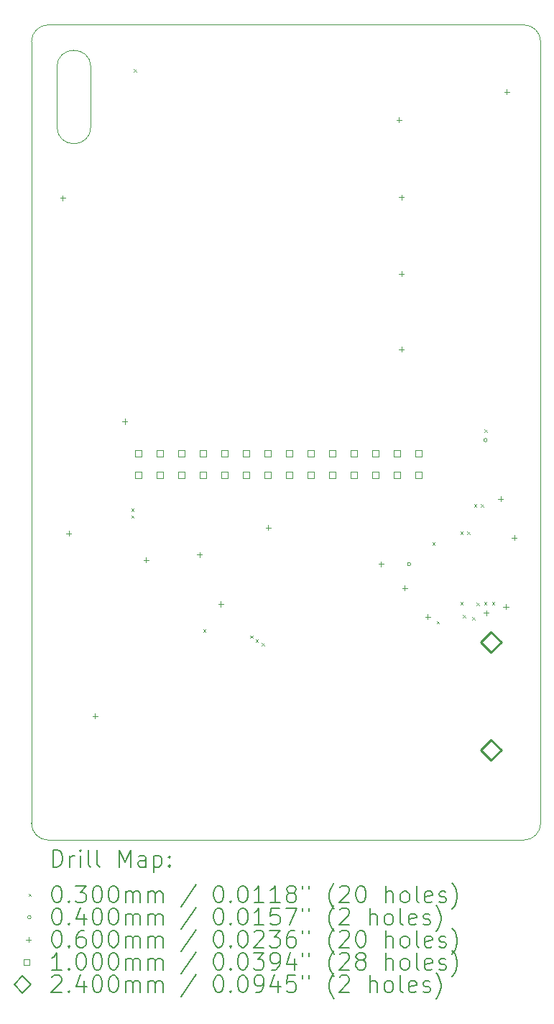
<source format=gbr>
%FSLAX45Y45*%
G04 Gerber Fmt 4.5, Leading zero omitted, Abs format (unit mm)*
G04 Created by KiCad (PCBNEW (6.0.5-0)) date 2022-11-17 16:11:58*
%MOMM*%
%LPD*%
G01*
G04 APERTURE LIST*
%TA.AperFunction,Profile*%
%ADD10C,0.100000*%
%TD*%
%ADD11C,0.200000*%
%ADD12C,0.030000*%
%ADD13C,0.040000*%
%ADD14C,0.060000*%
%ADD15C,0.100000*%
%ADD16C,0.240000*%
G04 APERTURE END LIST*
D10*
X4700000Y-2900000D02*
G75*
G03*
X4300000Y-2900000I-200000J0D01*
G01*
X9800000Y-12000000D02*
G75*
G03*
X10000000Y-11800000I0J200000D01*
G01*
X9800000Y-12000000D02*
X4200000Y-12000000D01*
X10000000Y-2600000D02*
X10000000Y-11800000D01*
X4000000Y-11800000D02*
G75*
G03*
X4200000Y-12000000I200000J0D01*
G01*
X4700000Y-3600000D02*
X4700000Y-2900000D01*
X4200000Y-2400000D02*
X9800000Y-2400000D01*
X4300000Y-2900000D02*
X4300000Y-3600000D01*
X4000000Y-11800000D02*
X4000000Y-2600000D01*
X4200000Y-2400000D02*
G75*
G03*
X4000000Y-2600000I0J-200000D01*
G01*
X4300000Y-3600000D02*
G75*
G03*
X4700000Y-3600000I200000J0D01*
G01*
X10000000Y-2600000D02*
G75*
G03*
X9800000Y-2400000I-200000J0D01*
G01*
D11*
D12*
X5174993Y-8095050D02*
X5204993Y-8125050D01*
X5204993Y-8095050D02*
X5174993Y-8125050D01*
X5175050Y-8175000D02*
X5205050Y-8205000D01*
X5205050Y-8175000D02*
X5175050Y-8205000D01*
X5205000Y-2925000D02*
X5235000Y-2955000D01*
X5235000Y-2925000D02*
X5205000Y-2955000D01*
X6025000Y-9520147D02*
X6055000Y-9550147D01*
X6055000Y-9520147D02*
X6025000Y-9550147D01*
X6575856Y-9591568D02*
X6605856Y-9621568D01*
X6605856Y-9591568D02*
X6575856Y-9621568D01*
X6641167Y-9637683D02*
X6671167Y-9667683D01*
X6671167Y-9637683D02*
X6641167Y-9667683D01*
X6715438Y-9680616D02*
X6745438Y-9710616D01*
X6745438Y-9680616D02*
X6715438Y-9710616D01*
X8725000Y-8495000D02*
X8755000Y-8525000D01*
X8755000Y-8495000D02*
X8725000Y-8525000D01*
X8775000Y-9420860D02*
X8805000Y-9450860D01*
X8805000Y-9420860D02*
X8775000Y-9450860D01*
X9055000Y-8365000D02*
X9085000Y-8395000D01*
X9085000Y-8365000D02*
X9055000Y-8395000D01*
X9055000Y-9195000D02*
X9085000Y-9225000D01*
X9085000Y-9195000D02*
X9055000Y-9225000D01*
X9082402Y-9348319D02*
X9112402Y-9378319D01*
X9112402Y-9348319D02*
X9082402Y-9378319D01*
X9134950Y-8365000D02*
X9164950Y-8395000D01*
X9164950Y-8365000D02*
X9134950Y-8395000D01*
X9196201Y-9372550D02*
X9226201Y-9402550D01*
X9226201Y-9372550D02*
X9196201Y-9402550D01*
X9215000Y-8045000D02*
X9245000Y-8075000D01*
X9245000Y-8045000D02*
X9215000Y-8075000D01*
X9245000Y-9205000D02*
X9275000Y-9235000D01*
X9275000Y-9205000D02*
X9245000Y-9235000D01*
X9295000Y-8045000D02*
X9325000Y-8075000D01*
X9325000Y-8045000D02*
X9295000Y-8075000D01*
X9335000Y-9195000D02*
X9365000Y-9225000D01*
X9365000Y-9195000D02*
X9335000Y-9225000D01*
X9337450Y-7165000D02*
X9367450Y-7195000D01*
X9367450Y-7165000D02*
X9337450Y-7195000D01*
X9425000Y-9195000D02*
X9455000Y-9225000D01*
X9455000Y-9195000D02*
X9425000Y-9225000D01*
D13*
X8470000Y-8750000D02*
G75*
G03*
X8470000Y-8750000I-20000J0D01*
G01*
X9370000Y-7290000D02*
G75*
G03*
X9370000Y-7290000I-20000J0D01*
G01*
D14*
X4370000Y-4410000D02*
X4370000Y-4470000D01*
X4340000Y-4440000D02*
X4400000Y-4440000D01*
X4440000Y-8360000D02*
X4440000Y-8420000D01*
X4410000Y-8390000D02*
X4470000Y-8390000D01*
X4750000Y-10510000D02*
X4750000Y-10570000D01*
X4720000Y-10540000D02*
X4780000Y-10540000D01*
X5100000Y-7040000D02*
X5100000Y-7100000D01*
X5070000Y-7070000D02*
X5130000Y-7070000D01*
X5350000Y-8670498D02*
X5350000Y-8730498D01*
X5320000Y-8700498D02*
X5380000Y-8700498D01*
X5980000Y-8610000D02*
X5980000Y-8670000D01*
X5950000Y-8640000D02*
X6010000Y-8640000D01*
X6230000Y-9190000D02*
X6230000Y-9250000D01*
X6200000Y-9220000D02*
X6260000Y-9220000D01*
X6790000Y-8290000D02*
X6790000Y-8350000D01*
X6760000Y-8320000D02*
X6820000Y-8320000D01*
X8120000Y-8717550D02*
X8120000Y-8777550D01*
X8090000Y-8747550D02*
X8150000Y-8747550D01*
X8330000Y-3490000D02*
X8330000Y-3550000D01*
X8300000Y-3520000D02*
X8360000Y-3520000D01*
X8360000Y-4400000D02*
X8360000Y-4460000D01*
X8330000Y-4430000D02*
X8390000Y-4430000D01*
X8360000Y-5300000D02*
X8360000Y-5360000D01*
X8330000Y-5330000D02*
X8390000Y-5330000D01*
X8360000Y-6190000D02*
X8360000Y-6250000D01*
X8330000Y-6220000D02*
X8390000Y-6220000D01*
X8400000Y-9000000D02*
X8400000Y-9060000D01*
X8370000Y-9030000D02*
X8430000Y-9030000D01*
X8668923Y-9340908D02*
X8668923Y-9400908D01*
X8638923Y-9370908D02*
X8698923Y-9370908D01*
X9360000Y-9292598D02*
X9360000Y-9352598D01*
X9330000Y-9322598D02*
X9390000Y-9322598D01*
X9530000Y-7950000D02*
X9530000Y-8010000D01*
X9500000Y-7980000D02*
X9560000Y-7980000D01*
X9590000Y-9220000D02*
X9590000Y-9280000D01*
X9560000Y-9250000D02*
X9620000Y-9250000D01*
X9600000Y-3160000D02*
X9600000Y-3220000D01*
X9570000Y-3190000D02*
X9630000Y-3190000D01*
X9687694Y-8410000D02*
X9687694Y-8470000D01*
X9657694Y-8440000D02*
X9717694Y-8440000D01*
D15*
X5295356Y-7481356D02*
X5295356Y-7410644D01*
X5224644Y-7410644D01*
X5224644Y-7481356D01*
X5295356Y-7481356D01*
X5295356Y-7735356D02*
X5295356Y-7664644D01*
X5224644Y-7664644D01*
X5224644Y-7735356D01*
X5295356Y-7735356D01*
X5549356Y-7481356D02*
X5549356Y-7410644D01*
X5478644Y-7410644D01*
X5478644Y-7481356D01*
X5549356Y-7481356D01*
X5549356Y-7735356D02*
X5549356Y-7664644D01*
X5478644Y-7664644D01*
X5478644Y-7735356D01*
X5549356Y-7735356D01*
X5803356Y-7481356D02*
X5803356Y-7410644D01*
X5732644Y-7410644D01*
X5732644Y-7481356D01*
X5803356Y-7481356D01*
X5803356Y-7735356D02*
X5803356Y-7664644D01*
X5732644Y-7664644D01*
X5732644Y-7735356D01*
X5803356Y-7735356D01*
X6057356Y-7481356D02*
X6057356Y-7410644D01*
X5986644Y-7410644D01*
X5986644Y-7481356D01*
X6057356Y-7481356D01*
X6057356Y-7735356D02*
X6057356Y-7664644D01*
X5986644Y-7664644D01*
X5986644Y-7735356D01*
X6057356Y-7735356D01*
X6311356Y-7481356D02*
X6311356Y-7410644D01*
X6240644Y-7410644D01*
X6240644Y-7481356D01*
X6311356Y-7481356D01*
X6311356Y-7735356D02*
X6311356Y-7664644D01*
X6240644Y-7664644D01*
X6240644Y-7735356D01*
X6311356Y-7735356D01*
X6565356Y-7481356D02*
X6565356Y-7410644D01*
X6494644Y-7410644D01*
X6494644Y-7481356D01*
X6565356Y-7481356D01*
X6565356Y-7735356D02*
X6565356Y-7664644D01*
X6494644Y-7664644D01*
X6494644Y-7735356D01*
X6565356Y-7735356D01*
X6819356Y-7481356D02*
X6819356Y-7410644D01*
X6748644Y-7410644D01*
X6748644Y-7481356D01*
X6819356Y-7481356D01*
X6819356Y-7735356D02*
X6819356Y-7664644D01*
X6748644Y-7664644D01*
X6748644Y-7735356D01*
X6819356Y-7735356D01*
X7073356Y-7481356D02*
X7073356Y-7410644D01*
X7002644Y-7410644D01*
X7002644Y-7481356D01*
X7073356Y-7481356D01*
X7073356Y-7735356D02*
X7073356Y-7664644D01*
X7002644Y-7664644D01*
X7002644Y-7735356D01*
X7073356Y-7735356D01*
X7327356Y-7481356D02*
X7327356Y-7410644D01*
X7256644Y-7410644D01*
X7256644Y-7481356D01*
X7327356Y-7481356D01*
X7327356Y-7735356D02*
X7327356Y-7664644D01*
X7256644Y-7664644D01*
X7256644Y-7735356D01*
X7327356Y-7735356D01*
X7581356Y-7481356D02*
X7581356Y-7410644D01*
X7510644Y-7410644D01*
X7510644Y-7481356D01*
X7581356Y-7481356D01*
X7581356Y-7735356D02*
X7581356Y-7664644D01*
X7510644Y-7664644D01*
X7510644Y-7735356D01*
X7581356Y-7735356D01*
X7835356Y-7481356D02*
X7835356Y-7410644D01*
X7764644Y-7410644D01*
X7764644Y-7481356D01*
X7835356Y-7481356D01*
X7835356Y-7735356D02*
X7835356Y-7664644D01*
X7764644Y-7664644D01*
X7764644Y-7735356D01*
X7835356Y-7735356D01*
X8089356Y-7481356D02*
X8089356Y-7410644D01*
X8018644Y-7410644D01*
X8018644Y-7481356D01*
X8089356Y-7481356D01*
X8089356Y-7735356D02*
X8089356Y-7664644D01*
X8018644Y-7664644D01*
X8018644Y-7735356D01*
X8089356Y-7735356D01*
X8343356Y-7481356D02*
X8343356Y-7410644D01*
X8272644Y-7410644D01*
X8272644Y-7481356D01*
X8343356Y-7481356D01*
X8343356Y-7735356D02*
X8343356Y-7664644D01*
X8272644Y-7664644D01*
X8272644Y-7735356D01*
X8343356Y-7735356D01*
X8597356Y-7481356D02*
X8597356Y-7410644D01*
X8526644Y-7410644D01*
X8526644Y-7481356D01*
X8597356Y-7481356D01*
X8597356Y-7735356D02*
X8597356Y-7664644D01*
X8526644Y-7664644D01*
X8526644Y-7735356D01*
X8597356Y-7735356D01*
D16*
X9415000Y-9790000D02*
X9535000Y-9670000D01*
X9415000Y-9550000D01*
X9295000Y-9670000D01*
X9415000Y-9790000D01*
X9415000Y-11060000D02*
X9535000Y-10940000D01*
X9415000Y-10820000D01*
X9295000Y-10940000D01*
X9415000Y-11060000D01*
D11*
X4252619Y-12315476D02*
X4252619Y-12115476D01*
X4300238Y-12115476D01*
X4328810Y-12125000D01*
X4347857Y-12144048D01*
X4357381Y-12163095D01*
X4366905Y-12201190D01*
X4366905Y-12229762D01*
X4357381Y-12267857D01*
X4347857Y-12286905D01*
X4328810Y-12305952D01*
X4300238Y-12315476D01*
X4252619Y-12315476D01*
X4452619Y-12315476D02*
X4452619Y-12182143D01*
X4452619Y-12220238D02*
X4462143Y-12201190D01*
X4471667Y-12191667D01*
X4490714Y-12182143D01*
X4509762Y-12182143D01*
X4576429Y-12315476D02*
X4576429Y-12182143D01*
X4576429Y-12115476D02*
X4566905Y-12125000D01*
X4576429Y-12134524D01*
X4585952Y-12125000D01*
X4576429Y-12115476D01*
X4576429Y-12134524D01*
X4700238Y-12315476D02*
X4681190Y-12305952D01*
X4671667Y-12286905D01*
X4671667Y-12115476D01*
X4805000Y-12315476D02*
X4785952Y-12305952D01*
X4776429Y-12286905D01*
X4776429Y-12115476D01*
X5033571Y-12315476D02*
X5033571Y-12115476D01*
X5100238Y-12258333D01*
X5166905Y-12115476D01*
X5166905Y-12315476D01*
X5347857Y-12315476D02*
X5347857Y-12210714D01*
X5338333Y-12191667D01*
X5319286Y-12182143D01*
X5281190Y-12182143D01*
X5262143Y-12191667D01*
X5347857Y-12305952D02*
X5328810Y-12315476D01*
X5281190Y-12315476D01*
X5262143Y-12305952D01*
X5252619Y-12286905D01*
X5252619Y-12267857D01*
X5262143Y-12248809D01*
X5281190Y-12239286D01*
X5328810Y-12239286D01*
X5347857Y-12229762D01*
X5443095Y-12182143D02*
X5443095Y-12382143D01*
X5443095Y-12191667D02*
X5462143Y-12182143D01*
X5500238Y-12182143D01*
X5519286Y-12191667D01*
X5528810Y-12201190D01*
X5538333Y-12220238D01*
X5538333Y-12277381D01*
X5528810Y-12296428D01*
X5519286Y-12305952D01*
X5500238Y-12315476D01*
X5462143Y-12315476D01*
X5443095Y-12305952D01*
X5624048Y-12296428D02*
X5633571Y-12305952D01*
X5624048Y-12315476D01*
X5614524Y-12305952D01*
X5624048Y-12296428D01*
X5624048Y-12315476D01*
X5624048Y-12191667D02*
X5633571Y-12201190D01*
X5624048Y-12210714D01*
X5614524Y-12201190D01*
X5624048Y-12191667D01*
X5624048Y-12210714D01*
D12*
X3965000Y-12630000D02*
X3995000Y-12660000D01*
X3995000Y-12630000D02*
X3965000Y-12660000D01*
D11*
X4290714Y-12535476D02*
X4309762Y-12535476D01*
X4328810Y-12545000D01*
X4338333Y-12554524D01*
X4347857Y-12573571D01*
X4357381Y-12611667D01*
X4357381Y-12659286D01*
X4347857Y-12697381D01*
X4338333Y-12716428D01*
X4328810Y-12725952D01*
X4309762Y-12735476D01*
X4290714Y-12735476D01*
X4271667Y-12725952D01*
X4262143Y-12716428D01*
X4252619Y-12697381D01*
X4243095Y-12659286D01*
X4243095Y-12611667D01*
X4252619Y-12573571D01*
X4262143Y-12554524D01*
X4271667Y-12545000D01*
X4290714Y-12535476D01*
X4443095Y-12716428D02*
X4452619Y-12725952D01*
X4443095Y-12735476D01*
X4433571Y-12725952D01*
X4443095Y-12716428D01*
X4443095Y-12735476D01*
X4519286Y-12535476D02*
X4643095Y-12535476D01*
X4576429Y-12611667D01*
X4605000Y-12611667D01*
X4624048Y-12621190D01*
X4633571Y-12630714D01*
X4643095Y-12649762D01*
X4643095Y-12697381D01*
X4633571Y-12716428D01*
X4624048Y-12725952D01*
X4605000Y-12735476D01*
X4547857Y-12735476D01*
X4528810Y-12725952D01*
X4519286Y-12716428D01*
X4766905Y-12535476D02*
X4785952Y-12535476D01*
X4805000Y-12545000D01*
X4814524Y-12554524D01*
X4824048Y-12573571D01*
X4833571Y-12611667D01*
X4833571Y-12659286D01*
X4824048Y-12697381D01*
X4814524Y-12716428D01*
X4805000Y-12725952D01*
X4785952Y-12735476D01*
X4766905Y-12735476D01*
X4747857Y-12725952D01*
X4738333Y-12716428D01*
X4728810Y-12697381D01*
X4719286Y-12659286D01*
X4719286Y-12611667D01*
X4728810Y-12573571D01*
X4738333Y-12554524D01*
X4747857Y-12545000D01*
X4766905Y-12535476D01*
X4957381Y-12535476D02*
X4976429Y-12535476D01*
X4995476Y-12545000D01*
X5005000Y-12554524D01*
X5014524Y-12573571D01*
X5024048Y-12611667D01*
X5024048Y-12659286D01*
X5014524Y-12697381D01*
X5005000Y-12716428D01*
X4995476Y-12725952D01*
X4976429Y-12735476D01*
X4957381Y-12735476D01*
X4938333Y-12725952D01*
X4928810Y-12716428D01*
X4919286Y-12697381D01*
X4909762Y-12659286D01*
X4909762Y-12611667D01*
X4919286Y-12573571D01*
X4928810Y-12554524D01*
X4938333Y-12545000D01*
X4957381Y-12535476D01*
X5109762Y-12735476D02*
X5109762Y-12602143D01*
X5109762Y-12621190D02*
X5119286Y-12611667D01*
X5138333Y-12602143D01*
X5166905Y-12602143D01*
X5185952Y-12611667D01*
X5195476Y-12630714D01*
X5195476Y-12735476D01*
X5195476Y-12630714D02*
X5205000Y-12611667D01*
X5224048Y-12602143D01*
X5252619Y-12602143D01*
X5271667Y-12611667D01*
X5281190Y-12630714D01*
X5281190Y-12735476D01*
X5376429Y-12735476D02*
X5376429Y-12602143D01*
X5376429Y-12621190D02*
X5385952Y-12611667D01*
X5405000Y-12602143D01*
X5433571Y-12602143D01*
X5452619Y-12611667D01*
X5462143Y-12630714D01*
X5462143Y-12735476D01*
X5462143Y-12630714D02*
X5471667Y-12611667D01*
X5490714Y-12602143D01*
X5519286Y-12602143D01*
X5538333Y-12611667D01*
X5547857Y-12630714D01*
X5547857Y-12735476D01*
X5938333Y-12525952D02*
X5766905Y-12783095D01*
X6195476Y-12535476D02*
X6214524Y-12535476D01*
X6233571Y-12545000D01*
X6243095Y-12554524D01*
X6252619Y-12573571D01*
X6262143Y-12611667D01*
X6262143Y-12659286D01*
X6252619Y-12697381D01*
X6243095Y-12716428D01*
X6233571Y-12725952D01*
X6214524Y-12735476D01*
X6195476Y-12735476D01*
X6176428Y-12725952D01*
X6166905Y-12716428D01*
X6157381Y-12697381D01*
X6147857Y-12659286D01*
X6147857Y-12611667D01*
X6157381Y-12573571D01*
X6166905Y-12554524D01*
X6176428Y-12545000D01*
X6195476Y-12535476D01*
X6347857Y-12716428D02*
X6357381Y-12725952D01*
X6347857Y-12735476D01*
X6338333Y-12725952D01*
X6347857Y-12716428D01*
X6347857Y-12735476D01*
X6481190Y-12535476D02*
X6500238Y-12535476D01*
X6519286Y-12545000D01*
X6528809Y-12554524D01*
X6538333Y-12573571D01*
X6547857Y-12611667D01*
X6547857Y-12659286D01*
X6538333Y-12697381D01*
X6528809Y-12716428D01*
X6519286Y-12725952D01*
X6500238Y-12735476D01*
X6481190Y-12735476D01*
X6462143Y-12725952D01*
X6452619Y-12716428D01*
X6443095Y-12697381D01*
X6433571Y-12659286D01*
X6433571Y-12611667D01*
X6443095Y-12573571D01*
X6452619Y-12554524D01*
X6462143Y-12545000D01*
X6481190Y-12535476D01*
X6738333Y-12735476D02*
X6624048Y-12735476D01*
X6681190Y-12735476D02*
X6681190Y-12535476D01*
X6662143Y-12564048D01*
X6643095Y-12583095D01*
X6624048Y-12592619D01*
X6928809Y-12735476D02*
X6814524Y-12735476D01*
X6871667Y-12735476D02*
X6871667Y-12535476D01*
X6852619Y-12564048D01*
X6833571Y-12583095D01*
X6814524Y-12592619D01*
X7043095Y-12621190D02*
X7024048Y-12611667D01*
X7014524Y-12602143D01*
X7005000Y-12583095D01*
X7005000Y-12573571D01*
X7014524Y-12554524D01*
X7024048Y-12545000D01*
X7043095Y-12535476D01*
X7081190Y-12535476D01*
X7100238Y-12545000D01*
X7109762Y-12554524D01*
X7119286Y-12573571D01*
X7119286Y-12583095D01*
X7109762Y-12602143D01*
X7100238Y-12611667D01*
X7081190Y-12621190D01*
X7043095Y-12621190D01*
X7024048Y-12630714D01*
X7014524Y-12640238D01*
X7005000Y-12659286D01*
X7005000Y-12697381D01*
X7014524Y-12716428D01*
X7024048Y-12725952D01*
X7043095Y-12735476D01*
X7081190Y-12735476D01*
X7100238Y-12725952D01*
X7109762Y-12716428D01*
X7119286Y-12697381D01*
X7119286Y-12659286D01*
X7109762Y-12640238D01*
X7100238Y-12630714D01*
X7081190Y-12621190D01*
X7195476Y-12535476D02*
X7195476Y-12573571D01*
X7271667Y-12535476D02*
X7271667Y-12573571D01*
X7566905Y-12811667D02*
X7557381Y-12802143D01*
X7538333Y-12773571D01*
X7528809Y-12754524D01*
X7519286Y-12725952D01*
X7509762Y-12678333D01*
X7509762Y-12640238D01*
X7519286Y-12592619D01*
X7528809Y-12564048D01*
X7538333Y-12545000D01*
X7557381Y-12516428D01*
X7566905Y-12506905D01*
X7633571Y-12554524D02*
X7643095Y-12545000D01*
X7662143Y-12535476D01*
X7709762Y-12535476D01*
X7728809Y-12545000D01*
X7738333Y-12554524D01*
X7747857Y-12573571D01*
X7747857Y-12592619D01*
X7738333Y-12621190D01*
X7624048Y-12735476D01*
X7747857Y-12735476D01*
X7871667Y-12535476D02*
X7890714Y-12535476D01*
X7909762Y-12545000D01*
X7919286Y-12554524D01*
X7928809Y-12573571D01*
X7938333Y-12611667D01*
X7938333Y-12659286D01*
X7928809Y-12697381D01*
X7919286Y-12716428D01*
X7909762Y-12725952D01*
X7890714Y-12735476D01*
X7871667Y-12735476D01*
X7852619Y-12725952D01*
X7843095Y-12716428D01*
X7833571Y-12697381D01*
X7824048Y-12659286D01*
X7824048Y-12611667D01*
X7833571Y-12573571D01*
X7843095Y-12554524D01*
X7852619Y-12545000D01*
X7871667Y-12535476D01*
X8176428Y-12735476D02*
X8176428Y-12535476D01*
X8262143Y-12735476D02*
X8262143Y-12630714D01*
X8252619Y-12611667D01*
X8233571Y-12602143D01*
X8205000Y-12602143D01*
X8185952Y-12611667D01*
X8176428Y-12621190D01*
X8385952Y-12735476D02*
X8366905Y-12725952D01*
X8357381Y-12716428D01*
X8347857Y-12697381D01*
X8347857Y-12640238D01*
X8357381Y-12621190D01*
X8366905Y-12611667D01*
X8385952Y-12602143D01*
X8414524Y-12602143D01*
X8433571Y-12611667D01*
X8443095Y-12621190D01*
X8452619Y-12640238D01*
X8452619Y-12697381D01*
X8443095Y-12716428D01*
X8433571Y-12725952D01*
X8414524Y-12735476D01*
X8385952Y-12735476D01*
X8566905Y-12735476D02*
X8547857Y-12725952D01*
X8538333Y-12706905D01*
X8538333Y-12535476D01*
X8719286Y-12725952D02*
X8700238Y-12735476D01*
X8662143Y-12735476D01*
X8643095Y-12725952D01*
X8633571Y-12706905D01*
X8633571Y-12630714D01*
X8643095Y-12611667D01*
X8662143Y-12602143D01*
X8700238Y-12602143D01*
X8719286Y-12611667D01*
X8728810Y-12630714D01*
X8728810Y-12649762D01*
X8633571Y-12668809D01*
X8805000Y-12725952D02*
X8824048Y-12735476D01*
X8862143Y-12735476D01*
X8881190Y-12725952D01*
X8890714Y-12706905D01*
X8890714Y-12697381D01*
X8881190Y-12678333D01*
X8862143Y-12668809D01*
X8833571Y-12668809D01*
X8814524Y-12659286D01*
X8805000Y-12640238D01*
X8805000Y-12630714D01*
X8814524Y-12611667D01*
X8833571Y-12602143D01*
X8862143Y-12602143D01*
X8881190Y-12611667D01*
X8957381Y-12811667D02*
X8966905Y-12802143D01*
X8985952Y-12773571D01*
X8995476Y-12754524D01*
X9005000Y-12725952D01*
X9014524Y-12678333D01*
X9014524Y-12640238D01*
X9005000Y-12592619D01*
X8995476Y-12564048D01*
X8985952Y-12545000D01*
X8966905Y-12516428D01*
X8957381Y-12506905D01*
D13*
X3995000Y-12909000D02*
G75*
G03*
X3995000Y-12909000I-20000J0D01*
G01*
D11*
X4290714Y-12799476D02*
X4309762Y-12799476D01*
X4328810Y-12809000D01*
X4338333Y-12818524D01*
X4347857Y-12837571D01*
X4357381Y-12875667D01*
X4357381Y-12923286D01*
X4347857Y-12961381D01*
X4338333Y-12980428D01*
X4328810Y-12989952D01*
X4309762Y-12999476D01*
X4290714Y-12999476D01*
X4271667Y-12989952D01*
X4262143Y-12980428D01*
X4252619Y-12961381D01*
X4243095Y-12923286D01*
X4243095Y-12875667D01*
X4252619Y-12837571D01*
X4262143Y-12818524D01*
X4271667Y-12809000D01*
X4290714Y-12799476D01*
X4443095Y-12980428D02*
X4452619Y-12989952D01*
X4443095Y-12999476D01*
X4433571Y-12989952D01*
X4443095Y-12980428D01*
X4443095Y-12999476D01*
X4624048Y-12866143D02*
X4624048Y-12999476D01*
X4576429Y-12789952D02*
X4528810Y-12932809D01*
X4652619Y-12932809D01*
X4766905Y-12799476D02*
X4785952Y-12799476D01*
X4805000Y-12809000D01*
X4814524Y-12818524D01*
X4824048Y-12837571D01*
X4833571Y-12875667D01*
X4833571Y-12923286D01*
X4824048Y-12961381D01*
X4814524Y-12980428D01*
X4805000Y-12989952D01*
X4785952Y-12999476D01*
X4766905Y-12999476D01*
X4747857Y-12989952D01*
X4738333Y-12980428D01*
X4728810Y-12961381D01*
X4719286Y-12923286D01*
X4719286Y-12875667D01*
X4728810Y-12837571D01*
X4738333Y-12818524D01*
X4747857Y-12809000D01*
X4766905Y-12799476D01*
X4957381Y-12799476D02*
X4976429Y-12799476D01*
X4995476Y-12809000D01*
X5005000Y-12818524D01*
X5014524Y-12837571D01*
X5024048Y-12875667D01*
X5024048Y-12923286D01*
X5014524Y-12961381D01*
X5005000Y-12980428D01*
X4995476Y-12989952D01*
X4976429Y-12999476D01*
X4957381Y-12999476D01*
X4938333Y-12989952D01*
X4928810Y-12980428D01*
X4919286Y-12961381D01*
X4909762Y-12923286D01*
X4909762Y-12875667D01*
X4919286Y-12837571D01*
X4928810Y-12818524D01*
X4938333Y-12809000D01*
X4957381Y-12799476D01*
X5109762Y-12999476D02*
X5109762Y-12866143D01*
X5109762Y-12885190D02*
X5119286Y-12875667D01*
X5138333Y-12866143D01*
X5166905Y-12866143D01*
X5185952Y-12875667D01*
X5195476Y-12894714D01*
X5195476Y-12999476D01*
X5195476Y-12894714D02*
X5205000Y-12875667D01*
X5224048Y-12866143D01*
X5252619Y-12866143D01*
X5271667Y-12875667D01*
X5281190Y-12894714D01*
X5281190Y-12999476D01*
X5376429Y-12999476D02*
X5376429Y-12866143D01*
X5376429Y-12885190D02*
X5385952Y-12875667D01*
X5405000Y-12866143D01*
X5433571Y-12866143D01*
X5452619Y-12875667D01*
X5462143Y-12894714D01*
X5462143Y-12999476D01*
X5462143Y-12894714D02*
X5471667Y-12875667D01*
X5490714Y-12866143D01*
X5519286Y-12866143D01*
X5538333Y-12875667D01*
X5547857Y-12894714D01*
X5547857Y-12999476D01*
X5938333Y-12789952D02*
X5766905Y-13047095D01*
X6195476Y-12799476D02*
X6214524Y-12799476D01*
X6233571Y-12809000D01*
X6243095Y-12818524D01*
X6252619Y-12837571D01*
X6262143Y-12875667D01*
X6262143Y-12923286D01*
X6252619Y-12961381D01*
X6243095Y-12980428D01*
X6233571Y-12989952D01*
X6214524Y-12999476D01*
X6195476Y-12999476D01*
X6176428Y-12989952D01*
X6166905Y-12980428D01*
X6157381Y-12961381D01*
X6147857Y-12923286D01*
X6147857Y-12875667D01*
X6157381Y-12837571D01*
X6166905Y-12818524D01*
X6176428Y-12809000D01*
X6195476Y-12799476D01*
X6347857Y-12980428D02*
X6357381Y-12989952D01*
X6347857Y-12999476D01*
X6338333Y-12989952D01*
X6347857Y-12980428D01*
X6347857Y-12999476D01*
X6481190Y-12799476D02*
X6500238Y-12799476D01*
X6519286Y-12809000D01*
X6528809Y-12818524D01*
X6538333Y-12837571D01*
X6547857Y-12875667D01*
X6547857Y-12923286D01*
X6538333Y-12961381D01*
X6528809Y-12980428D01*
X6519286Y-12989952D01*
X6500238Y-12999476D01*
X6481190Y-12999476D01*
X6462143Y-12989952D01*
X6452619Y-12980428D01*
X6443095Y-12961381D01*
X6433571Y-12923286D01*
X6433571Y-12875667D01*
X6443095Y-12837571D01*
X6452619Y-12818524D01*
X6462143Y-12809000D01*
X6481190Y-12799476D01*
X6738333Y-12999476D02*
X6624048Y-12999476D01*
X6681190Y-12999476D02*
X6681190Y-12799476D01*
X6662143Y-12828048D01*
X6643095Y-12847095D01*
X6624048Y-12856619D01*
X6919286Y-12799476D02*
X6824048Y-12799476D01*
X6814524Y-12894714D01*
X6824048Y-12885190D01*
X6843095Y-12875667D01*
X6890714Y-12875667D01*
X6909762Y-12885190D01*
X6919286Y-12894714D01*
X6928809Y-12913762D01*
X6928809Y-12961381D01*
X6919286Y-12980428D01*
X6909762Y-12989952D01*
X6890714Y-12999476D01*
X6843095Y-12999476D01*
X6824048Y-12989952D01*
X6814524Y-12980428D01*
X6995476Y-12799476D02*
X7128809Y-12799476D01*
X7043095Y-12999476D01*
X7195476Y-12799476D02*
X7195476Y-12837571D01*
X7271667Y-12799476D02*
X7271667Y-12837571D01*
X7566905Y-13075667D02*
X7557381Y-13066143D01*
X7538333Y-13037571D01*
X7528809Y-13018524D01*
X7519286Y-12989952D01*
X7509762Y-12942333D01*
X7509762Y-12904238D01*
X7519286Y-12856619D01*
X7528809Y-12828048D01*
X7538333Y-12809000D01*
X7557381Y-12780428D01*
X7566905Y-12770905D01*
X7633571Y-12818524D02*
X7643095Y-12809000D01*
X7662143Y-12799476D01*
X7709762Y-12799476D01*
X7728809Y-12809000D01*
X7738333Y-12818524D01*
X7747857Y-12837571D01*
X7747857Y-12856619D01*
X7738333Y-12885190D01*
X7624048Y-12999476D01*
X7747857Y-12999476D01*
X7985952Y-12999476D02*
X7985952Y-12799476D01*
X8071667Y-12999476D02*
X8071667Y-12894714D01*
X8062143Y-12875667D01*
X8043095Y-12866143D01*
X8014524Y-12866143D01*
X7995476Y-12875667D01*
X7985952Y-12885190D01*
X8195476Y-12999476D02*
X8176428Y-12989952D01*
X8166905Y-12980428D01*
X8157381Y-12961381D01*
X8157381Y-12904238D01*
X8166905Y-12885190D01*
X8176428Y-12875667D01*
X8195476Y-12866143D01*
X8224048Y-12866143D01*
X8243095Y-12875667D01*
X8252619Y-12885190D01*
X8262143Y-12904238D01*
X8262143Y-12961381D01*
X8252619Y-12980428D01*
X8243095Y-12989952D01*
X8224048Y-12999476D01*
X8195476Y-12999476D01*
X8376428Y-12999476D02*
X8357381Y-12989952D01*
X8347857Y-12970905D01*
X8347857Y-12799476D01*
X8528810Y-12989952D02*
X8509762Y-12999476D01*
X8471667Y-12999476D01*
X8452619Y-12989952D01*
X8443095Y-12970905D01*
X8443095Y-12894714D01*
X8452619Y-12875667D01*
X8471667Y-12866143D01*
X8509762Y-12866143D01*
X8528810Y-12875667D01*
X8538333Y-12894714D01*
X8538333Y-12913762D01*
X8443095Y-12932809D01*
X8614524Y-12989952D02*
X8633571Y-12999476D01*
X8671667Y-12999476D01*
X8690714Y-12989952D01*
X8700238Y-12970905D01*
X8700238Y-12961381D01*
X8690714Y-12942333D01*
X8671667Y-12932809D01*
X8643095Y-12932809D01*
X8624048Y-12923286D01*
X8614524Y-12904238D01*
X8614524Y-12894714D01*
X8624048Y-12875667D01*
X8643095Y-12866143D01*
X8671667Y-12866143D01*
X8690714Y-12875667D01*
X8766905Y-13075667D02*
X8776429Y-13066143D01*
X8795476Y-13037571D01*
X8805000Y-13018524D01*
X8814524Y-12989952D01*
X8824048Y-12942333D01*
X8824048Y-12904238D01*
X8814524Y-12856619D01*
X8805000Y-12828048D01*
X8795476Y-12809000D01*
X8776429Y-12780428D01*
X8766905Y-12770905D01*
D14*
X3965000Y-13143000D02*
X3965000Y-13203000D01*
X3935000Y-13173000D02*
X3995000Y-13173000D01*
D11*
X4290714Y-13063476D02*
X4309762Y-13063476D01*
X4328810Y-13073000D01*
X4338333Y-13082524D01*
X4347857Y-13101571D01*
X4357381Y-13139667D01*
X4357381Y-13187286D01*
X4347857Y-13225381D01*
X4338333Y-13244428D01*
X4328810Y-13253952D01*
X4309762Y-13263476D01*
X4290714Y-13263476D01*
X4271667Y-13253952D01*
X4262143Y-13244428D01*
X4252619Y-13225381D01*
X4243095Y-13187286D01*
X4243095Y-13139667D01*
X4252619Y-13101571D01*
X4262143Y-13082524D01*
X4271667Y-13073000D01*
X4290714Y-13063476D01*
X4443095Y-13244428D02*
X4452619Y-13253952D01*
X4443095Y-13263476D01*
X4433571Y-13253952D01*
X4443095Y-13244428D01*
X4443095Y-13263476D01*
X4624048Y-13063476D02*
X4585952Y-13063476D01*
X4566905Y-13073000D01*
X4557381Y-13082524D01*
X4538333Y-13111095D01*
X4528810Y-13149190D01*
X4528810Y-13225381D01*
X4538333Y-13244428D01*
X4547857Y-13253952D01*
X4566905Y-13263476D01*
X4605000Y-13263476D01*
X4624048Y-13253952D01*
X4633571Y-13244428D01*
X4643095Y-13225381D01*
X4643095Y-13177762D01*
X4633571Y-13158714D01*
X4624048Y-13149190D01*
X4605000Y-13139667D01*
X4566905Y-13139667D01*
X4547857Y-13149190D01*
X4538333Y-13158714D01*
X4528810Y-13177762D01*
X4766905Y-13063476D02*
X4785952Y-13063476D01*
X4805000Y-13073000D01*
X4814524Y-13082524D01*
X4824048Y-13101571D01*
X4833571Y-13139667D01*
X4833571Y-13187286D01*
X4824048Y-13225381D01*
X4814524Y-13244428D01*
X4805000Y-13253952D01*
X4785952Y-13263476D01*
X4766905Y-13263476D01*
X4747857Y-13253952D01*
X4738333Y-13244428D01*
X4728810Y-13225381D01*
X4719286Y-13187286D01*
X4719286Y-13139667D01*
X4728810Y-13101571D01*
X4738333Y-13082524D01*
X4747857Y-13073000D01*
X4766905Y-13063476D01*
X4957381Y-13063476D02*
X4976429Y-13063476D01*
X4995476Y-13073000D01*
X5005000Y-13082524D01*
X5014524Y-13101571D01*
X5024048Y-13139667D01*
X5024048Y-13187286D01*
X5014524Y-13225381D01*
X5005000Y-13244428D01*
X4995476Y-13253952D01*
X4976429Y-13263476D01*
X4957381Y-13263476D01*
X4938333Y-13253952D01*
X4928810Y-13244428D01*
X4919286Y-13225381D01*
X4909762Y-13187286D01*
X4909762Y-13139667D01*
X4919286Y-13101571D01*
X4928810Y-13082524D01*
X4938333Y-13073000D01*
X4957381Y-13063476D01*
X5109762Y-13263476D02*
X5109762Y-13130143D01*
X5109762Y-13149190D02*
X5119286Y-13139667D01*
X5138333Y-13130143D01*
X5166905Y-13130143D01*
X5185952Y-13139667D01*
X5195476Y-13158714D01*
X5195476Y-13263476D01*
X5195476Y-13158714D02*
X5205000Y-13139667D01*
X5224048Y-13130143D01*
X5252619Y-13130143D01*
X5271667Y-13139667D01*
X5281190Y-13158714D01*
X5281190Y-13263476D01*
X5376429Y-13263476D02*
X5376429Y-13130143D01*
X5376429Y-13149190D02*
X5385952Y-13139667D01*
X5405000Y-13130143D01*
X5433571Y-13130143D01*
X5452619Y-13139667D01*
X5462143Y-13158714D01*
X5462143Y-13263476D01*
X5462143Y-13158714D02*
X5471667Y-13139667D01*
X5490714Y-13130143D01*
X5519286Y-13130143D01*
X5538333Y-13139667D01*
X5547857Y-13158714D01*
X5547857Y-13263476D01*
X5938333Y-13053952D02*
X5766905Y-13311095D01*
X6195476Y-13063476D02*
X6214524Y-13063476D01*
X6233571Y-13073000D01*
X6243095Y-13082524D01*
X6252619Y-13101571D01*
X6262143Y-13139667D01*
X6262143Y-13187286D01*
X6252619Y-13225381D01*
X6243095Y-13244428D01*
X6233571Y-13253952D01*
X6214524Y-13263476D01*
X6195476Y-13263476D01*
X6176428Y-13253952D01*
X6166905Y-13244428D01*
X6157381Y-13225381D01*
X6147857Y-13187286D01*
X6147857Y-13139667D01*
X6157381Y-13101571D01*
X6166905Y-13082524D01*
X6176428Y-13073000D01*
X6195476Y-13063476D01*
X6347857Y-13244428D02*
X6357381Y-13253952D01*
X6347857Y-13263476D01*
X6338333Y-13253952D01*
X6347857Y-13244428D01*
X6347857Y-13263476D01*
X6481190Y-13063476D02*
X6500238Y-13063476D01*
X6519286Y-13073000D01*
X6528809Y-13082524D01*
X6538333Y-13101571D01*
X6547857Y-13139667D01*
X6547857Y-13187286D01*
X6538333Y-13225381D01*
X6528809Y-13244428D01*
X6519286Y-13253952D01*
X6500238Y-13263476D01*
X6481190Y-13263476D01*
X6462143Y-13253952D01*
X6452619Y-13244428D01*
X6443095Y-13225381D01*
X6433571Y-13187286D01*
X6433571Y-13139667D01*
X6443095Y-13101571D01*
X6452619Y-13082524D01*
X6462143Y-13073000D01*
X6481190Y-13063476D01*
X6624048Y-13082524D02*
X6633571Y-13073000D01*
X6652619Y-13063476D01*
X6700238Y-13063476D01*
X6719286Y-13073000D01*
X6728809Y-13082524D01*
X6738333Y-13101571D01*
X6738333Y-13120619D01*
X6728809Y-13149190D01*
X6614524Y-13263476D01*
X6738333Y-13263476D01*
X6805000Y-13063476D02*
X6928809Y-13063476D01*
X6862143Y-13139667D01*
X6890714Y-13139667D01*
X6909762Y-13149190D01*
X6919286Y-13158714D01*
X6928809Y-13177762D01*
X6928809Y-13225381D01*
X6919286Y-13244428D01*
X6909762Y-13253952D01*
X6890714Y-13263476D01*
X6833571Y-13263476D01*
X6814524Y-13253952D01*
X6805000Y-13244428D01*
X7100238Y-13063476D02*
X7062143Y-13063476D01*
X7043095Y-13073000D01*
X7033571Y-13082524D01*
X7014524Y-13111095D01*
X7005000Y-13149190D01*
X7005000Y-13225381D01*
X7014524Y-13244428D01*
X7024048Y-13253952D01*
X7043095Y-13263476D01*
X7081190Y-13263476D01*
X7100238Y-13253952D01*
X7109762Y-13244428D01*
X7119286Y-13225381D01*
X7119286Y-13177762D01*
X7109762Y-13158714D01*
X7100238Y-13149190D01*
X7081190Y-13139667D01*
X7043095Y-13139667D01*
X7024048Y-13149190D01*
X7014524Y-13158714D01*
X7005000Y-13177762D01*
X7195476Y-13063476D02*
X7195476Y-13101571D01*
X7271667Y-13063476D02*
X7271667Y-13101571D01*
X7566905Y-13339667D02*
X7557381Y-13330143D01*
X7538333Y-13301571D01*
X7528809Y-13282524D01*
X7519286Y-13253952D01*
X7509762Y-13206333D01*
X7509762Y-13168238D01*
X7519286Y-13120619D01*
X7528809Y-13092048D01*
X7538333Y-13073000D01*
X7557381Y-13044428D01*
X7566905Y-13034905D01*
X7633571Y-13082524D02*
X7643095Y-13073000D01*
X7662143Y-13063476D01*
X7709762Y-13063476D01*
X7728809Y-13073000D01*
X7738333Y-13082524D01*
X7747857Y-13101571D01*
X7747857Y-13120619D01*
X7738333Y-13149190D01*
X7624048Y-13263476D01*
X7747857Y-13263476D01*
X7871667Y-13063476D02*
X7890714Y-13063476D01*
X7909762Y-13073000D01*
X7919286Y-13082524D01*
X7928809Y-13101571D01*
X7938333Y-13139667D01*
X7938333Y-13187286D01*
X7928809Y-13225381D01*
X7919286Y-13244428D01*
X7909762Y-13253952D01*
X7890714Y-13263476D01*
X7871667Y-13263476D01*
X7852619Y-13253952D01*
X7843095Y-13244428D01*
X7833571Y-13225381D01*
X7824048Y-13187286D01*
X7824048Y-13139667D01*
X7833571Y-13101571D01*
X7843095Y-13082524D01*
X7852619Y-13073000D01*
X7871667Y-13063476D01*
X8176428Y-13263476D02*
X8176428Y-13063476D01*
X8262143Y-13263476D02*
X8262143Y-13158714D01*
X8252619Y-13139667D01*
X8233571Y-13130143D01*
X8205000Y-13130143D01*
X8185952Y-13139667D01*
X8176428Y-13149190D01*
X8385952Y-13263476D02*
X8366905Y-13253952D01*
X8357381Y-13244428D01*
X8347857Y-13225381D01*
X8347857Y-13168238D01*
X8357381Y-13149190D01*
X8366905Y-13139667D01*
X8385952Y-13130143D01*
X8414524Y-13130143D01*
X8433571Y-13139667D01*
X8443095Y-13149190D01*
X8452619Y-13168238D01*
X8452619Y-13225381D01*
X8443095Y-13244428D01*
X8433571Y-13253952D01*
X8414524Y-13263476D01*
X8385952Y-13263476D01*
X8566905Y-13263476D02*
X8547857Y-13253952D01*
X8538333Y-13234905D01*
X8538333Y-13063476D01*
X8719286Y-13253952D02*
X8700238Y-13263476D01*
X8662143Y-13263476D01*
X8643095Y-13253952D01*
X8633571Y-13234905D01*
X8633571Y-13158714D01*
X8643095Y-13139667D01*
X8662143Y-13130143D01*
X8700238Y-13130143D01*
X8719286Y-13139667D01*
X8728810Y-13158714D01*
X8728810Y-13177762D01*
X8633571Y-13196809D01*
X8805000Y-13253952D02*
X8824048Y-13263476D01*
X8862143Y-13263476D01*
X8881190Y-13253952D01*
X8890714Y-13234905D01*
X8890714Y-13225381D01*
X8881190Y-13206333D01*
X8862143Y-13196809D01*
X8833571Y-13196809D01*
X8814524Y-13187286D01*
X8805000Y-13168238D01*
X8805000Y-13158714D01*
X8814524Y-13139667D01*
X8833571Y-13130143D01*
X8862143Y-13130143D01*
X8881190Y-13139667D01*
X8957381Y-13339667D02*
X8966905Y-13330143D01*
X8985952Y-13301571D01*
X8995476Y-13282524D01*
X9005000Y-13253952D01*
X9014524Y-13206333D01*
X9014524Y-13168238D01*
X9005000Y-13120619D01*
X8995476Y-13092048D01*
X8985952Y-13073000D01*
X8966905Y-13044428D01*
X8957381Y-13034905D01*
D15*
X3980356Y-13472356D02*
X3980356Y-13401644D01*
X3909644Y-13401644D01*
X3909644Y-13472356D01*
X3980356Y-13472356D01*
D11*
X4357381Y-13527476D02*
X4243095Y-13527476D01*
X4300238Y-13527476D02*
X4300238Y-13327476D01*
X4281190Y-13356048D01*
X4262143Y-13375095D01*
X4243095Y-13384619D01*
X4443095Y-13508428D02*
X4452619Y-13517952D01*
X4443095Y-13527476D01*
X4433571Y-13517952D01*
X4443095Y-13508428D01*
X4443095Y-13527476D01*
X4576429Y-13327476D02*
X4595476Y-13327476D01*
X4614524Y-13337000D01*
X4624048Y-13346524D01*
X4633571Y-13365571D01*
X4643095Y-13403667D01*
X4643095Y-13451286D01*
X4633571Y-13489381D01*
X4624048Y-13508428D01*
X4614524Y-13517952D01*
X4595476Y-13527476D01*
X4576429Y-13527476D01*
X4557381Y-13517952D01*
X4547857Y-13508428D01*
X4538333Y-13489381D01*
X4528810Y-13451286D01*
X4528810Y-13403667D01*
X4538333Y-13365571D01*
X4547857Y-13346524D01*
X4557381Y-13337000D01*
X4576429Y-13327476D01*
X4766905Y-13327476D02*
X4785952Y-13327476D01*
X4805000Y-13337000D01*
X4814524Y-13346524D01*
X4824048Y-13365571D01*
X4833571Y-13403667D01*
X4833571Y-13451286D01*
X4824048Y-13489381D01*
X4814524Y-13508428D01*
X4805000Y-13517952D01*
X4785952Y-13527476D01*
X4766905Y-13527476D01*
X4747857Y-13517952D01*
X4738333Y-13508428D01*
X4728810Y-13489381D01*
X4719286Y-13451286D01*
X4719286Y-13403667D01*
X4728810Y-13365571D01*
X4738333Y-13346524D01*
X4747857Y-13337000D01*
X4766905Y-13327476D01*
X4957381Y-13327476D02*
X4976429Y-13327476D01*
X4995476Y-13337000D01*
X5005000Y-13346524D01*
X5014524Y-13365571D01*
X5024048Y-13403667D01*
X5024048Y-13451286D01*
X5014524Y-13489381D01*
X5005000Y-13508428D01*
X4995476Y-13517952D01*
X4976429Y-13527476D01*
X4957381Y-13527476D01*
X4938333Y-13517952D01*
X4928810Y-13508428D01*
X4919286Y-13489381D01*
X4909762Y-13451286D01*
X4909762Y-13403667D01*
X4919286Y-13365571D01*
X4928810Y-13346524D01*
X4938333Y-13337000D01*
X4957381Y-13327476D01*
X5109762Y-13527476D02*
X5109762Y-13394143D01*
X5109762Y-13413190D02*
X5119286Y-13403667D01*
X5138333Y-13394143D01*
X5166905Y-13394143D01*
X5185952Y-13403667D01*
X5195476Y-13422714D01*
X5195476Y-13527476D01*
X5195476Y-13422714D02*
X5205000Y-13403667D01*
X5224048Y-13394143D01*
X5252619Y-13394143D01*
X5271667Y-13403667D01*
X5281190Y-13422714D01*
X5281190Y-13527476D01*
X5376429Y-13527476D02*
X5376429Y-13394143D01*
X5376429Y-13413190D02*
X5385952Y-13403667D01*
X5405000Y-13394143D01*
X5433571Y-13394143D01*
X5452619Y-13403667D01*
X5462143Y-13422714D01*
X5462143Y-13527476D01*
X5462143Y-13422714D02*
X5471667Y-13403667D01*
X5490714Y-13394143D01*
X5519286Y-13394143D01*
X5538333Y-13403667D01*
X5547857Y-13422714D01*
X5547857Y-13527476D01*
X5938333Y-13317952D02*
X5766905Y-13575095D01*
X6195476Y-13327476D02*
X6214524Y-13327476D01*
X6233571Y-13337000D01*
X6243095Y-13346524D01*
X6252619Y-13365571D01*
X6262143Y-13403667D01*
X6262143Y-13451286D01*
X6252619Y-13489381D01*
X6243095Y-13508428D01*
X6233571Y-13517952D01*
X6214524Y-13527476D01*
X6195476Y-13527476D01*
X6176428Y-13517952D01*
X6166905Y-13508428D01*
X6157381Y-13489381D01*
X6147857Y-13451286D01*
X6147857Y-13403667D01*
X6157381Y-13365571D01*
X6166905Y-13346524D01*
X6176428Y-13337000D01*
X6195476Y-13327476D01*
X6347857Y-13508428D02*
X6357381Y-13517952D01*
X6347857Y-13527476D01*
X6338333Y-13517952D01*
X6347857Y-13508428D01*
X6347857Y-13527476D01*
X6481190Y-13327476D02*
X6500238Y-13327476D01*
X6519286Y-13337000D01*
X6528809Y-13346524D01*
X6538333Y-13365571D01*
X6547857Y-13403667D01*
X6547857Y-13451286D01*
X6538333Y-13489381D01*
X6528809Y-13508428D01*
X6519286Y-13517952D01*
X6500238Y-13527476D01*
X6481190Y-13527476D01*
X6462143Y-13517952D01*
X6452619Y-13508428D01*
X6443095Y-13489381D01*
X6433571Y-13451286D01*
X6433571Y-13403667D01*
X6443095Y-13365571D01*
X6452619Y-13346524D01*
X6462143Y-13337000D01*
X6481190Y-13327476D01*
X6614524Y-13327476D02*
X6738333Y-13327476D01*
X6671667Y-13403667D01*
X6700238Y-13403667D01*
X6719286Y-13413190D01*
X6728809Y-13422714D01*
X6738333Y-13441762D01*
X6738333Y-13489381D01*
X6728809Y-13508428D01*
X6719286Y-13517952D01*
X6700238Y-13527476D01*
X6643095Y-13527476D01*
X6624048Y-13517952D01*
X6614524Y-13508428D01*
X6833571Y-13527476D02*
X6871667Y-13527476D01*
X6890714Y-13517952D01*
X6900238Y-13508428D01*
X6919286Y-13479857D01*
X6928809Y-13441762D01*
X6928809Y-13365571D01*
X6919286Y-13346524D01*
X6909762Y-13337000D01*
X6890714Y-13327476D01*
X6852619Y-13327476D01*
X6833571Y-13337000D01*
X6824048Y-13346524D01*
X6814524Y-13365571D01*
X6814524Y-13413190D01*
X6824048Y-13432238D01*
X6833571Y-13441762D01*
X6852619Y-13451286D01*
X6890714Y-13451286D01*
X6909762Y-13441762D01*
X6919286Y-13432238D01*
X6928809Y-13413190D01*
X7100238Y-13394143D02*
X7100238Y-13527476D01*
X7052619Y-13317952D02*
X7005000Y-13460809D01*
X7128809Y-13460809D01*
X7195476Y-13327476D02*
X7195476Y-13365571D01*
X7271667Y-13327476D02*
X7271667Y-13365571D01*
X7566905Y-13603667D02*
X7557381Y-13594143D01*
X7538333Y-13565571D01*
X7528809Y-13546524D01*
X7519286Y-13517952D01*
X7509762Y-13470333D01*
X7509762Y-13432238D01*
X7519286Y-13384619D01*
X7528809Y-13356048D01*
X7538333Y-13337000D01*
X7557381Y-13308428D01*
X7566905Y-13298905D01*
X7633571Y-13346524D02*
X7643095Y-13337000D01*
X7662143Y-13327476D01*
X7709762Y-13327476D01*
X7728809Y-13337000D01*
X7738333Y-13346524D01*
X7747857Y-13365571D01*
X7747857Y-13384619D01*
X7738333Y-13413190D01*
X7624048Y-13527476D01*
X7747857Y-13527476D01*
X7862143Y-13413190D02*
X7843095Y-13403667D01*
X7833571Y-13394143D01*
X7824048Y-13375095D01*
X7824048Y-13365571D01*
X7833571Y-13346524D01*
X7843095Y-13337000D01*
X7862143Y-13327476D01*
X7900238Y-13327476D01*
X7919286Y-13337000D01*
X7928809Y-13346524D01*
X7938333Y-13365571D01*
X7938333Y-13375095D01*
X7928809Y-13394143D01*
X7919286Y-13403667D01*
X7900238Y-13413190D01*
X7862143Y-13413190D01*
X7843095Y-13422714D01*
X7833571Y-13432238D01*
X7824048Y-13451286D01*
X7824048Y-13489381D01*
X7833571Y-13508428D01*
X7843095Y-13517952D01*
X7862143Y-13527476D01*
X7900238Y-13527476D01*
X7919286Y-13517952D01*
X7928809Y-13508428D01*
X7938333Y-13489381D01*
X7938333Y-13451286D01*
X7928809Y-13432238D01*
X7919286Y-13422714D01*
X7900238Y-13413190D01*
X8176428Y-13527476D02*
X8176428Y-13327476D01*
X8262143Y-13527476D02*
X8262143Y-13422714D01*
X8252619Y-13403667D01*
X8233571Y-13394143D01*
X8205000Y-13394143D01*
X8185952Y-13403667D01*
X8176428Y-13413190D01*
X8385952Y-13527476D02*
X8366905Y-13517952D01*
X8357381Y-13508428D01*
X8347857Y-13489381D01*
X8347857Y-13432238D01*
X8357381Y-13413190D01*
X8366905Y-13403667D01*
X8385952Y-13394143D01*
X8414524Y-13394143D01*
X8433571Y-13403667D01*
X8443095Y-13413190D01*
X8452619Y-13432238D01*
X8452619Y-13489381D01*
X8443095Y-13508428D01*
X8433571Y-13517952D01*
X8414524Y-13527476D01*
X8385952Y-13527476D01*
X8566905Y-13527476D02*
X8547857Y-13517952D01*
X8538333Y-13498905D01*
X8538333Y-13327476D01*
X8719286Y-13517952D02*
X8700238Y-13527476D01*
X8662143Y-13527476D01*
X8643095Y-13517952D01*
X8633571Y-13498905D01*
X8633571Y-13422714D01*
X8643095Y-13403667D01*
X8662143Y-13394143D01*
X8700238Y-13394143D01*
X8719286Y-13403667D01*
X8728810Y-13422714D01*
X8728810Y-13441762D01*
X8633571Y-13460809D01*
X8805000Y-13517952D02*
X8824048Y-13527476D01*
X8862143Y-13527476D01*
X8881190Y-13517952D01*
X8890714Y-13498905D01*
X8890714Y-13489381D01*
X8881190Y-13470333D01*
X8862143Y-13460809D01*
X8833571Y-13460809D01*
X8814524Y-13451286D01*
X8805000Y-13432238D01*
X8805000Y-13422714D01*
X8814524Y-13403667D01*
X8833571Y-13394143D01*
X8862143Y-13394143D01*
X8881190Y-13403667D01*
X8957381Y-13603667D02*
X8966905Y-13594143D01*
X8985952Y-13565571D01*
X8995476Y-13546524D01*
X9005000Y-13517952D01*
X9014524Y-13470333D01*
X9014524Y-13432238D01*
X9005000Y-13384619D01*
X8995476Y-13356048D01*
X8985952Y-13337000D01*
X8966905Y-13308428D01*
X8957381Y-13298905D01*
X3895000Y-13801000D02*
X3995000Y-13701000D01*
X3895000Y-13601000D01*
X3795000Y-13701000D01*
X3895000Y-13801000D01*
X4243095Y-13610524D02*
X4252619Y-13601000D01*
X4271667Y-13591476D01*
X4319286Y-13591476D01*
X4338333Y-13601000D01*
X4347857Y-13610524D01*
X4357381Y-13629571D01*
X4357381Y-13648619D01*
X4347857Y-13677190D01*
X4233571Y-13791476D01*
X4357381Y-13791476D01*
X4443095Y-13772428D02*
X4452619Y-13781952D01*
X4443095Y-13791476D01*
X4433571Y-13781952D01*
X4443095Y-13772428D01*
X4443095Y-13791476D01*
X4624048Y-13658143D02*
X4624048Y-13791476D01*
X4576429Y-13581952D02*
X4528810Y-13724809D01*
X4652619Y-13724809D01*
X4766905Y-13591476D02*
X4785952Y-13591476D01*
X4805000Y-13601000D01*
X4814524Y-13610524D01*
X4824048Y-13629571D01*
X4833571Y-13667667D01*
X4833571Y-13715286D01*
X4824048Y-13753381D01*
X4814524Y-13772428D01*
X4805000Y-13781952D01*
X4785952Y-13791476D01*
X4766905Y-13791476D01*
X4747857Y-13781952D01*
X4738333Y-13772428D01*
X4728810Y-13753381D01*
X4719286Y-13715286D01*
X4719286Y-13667667D01*
X4728810Y-13629571D01*
X4738333Y-13610524D01*
X4747857Y-13601000D01*
X4766905Y-13591476D01*
X4957381Y-13591476D02*
X4976429Y-13591476D01*
X4995476Y-13601000D01*
X5005000Y-13610524D01*
X5014524Y-13629571D01*
X5024048Y-13667667D01*
X5024048Y-13715286D01*
X5014524Y-13753381D01*
X5005000Y-13772428D01*
X4995476Y-13781952D01*
X4976429Y-13791476D01*
X4957381Y-13791476D01*
X4938333Y-13781952D01*
X4928810Y-13772428D01*
X4919286Y-13753381D01*
X4909762Y-13715286D01*
X4909762Y-13667667D01*
X4919286Y-13629571D01*
X4928810Y-13610524D01*
X4938333Y-13601000D01*
X4957381Y-13591476D01*
X5109762Y-13791476D02*
X5109762Y-13658143D01*
X5109762Y-13677190D02*
X5119286Y-13667667D01*
X5138333Y-13658143D01*
X5166905Y-13658143D01*
X5185952Y-13667667D01*
X5195476Y-13686714D01*
X5195476Y-13791476D01*
X5195476Y-13686714D02*
X5205000Y-13667667D01*
X5224048Y-13658143D01*
X5252619Y-13658143D01*
X5271667Y-13667667D01*
X5281190Y-13686714D01*
X5281190Y-13791476D01*
X5376429Y-13791476D02*
X5376429Y-13658143D01*
X5376429Y-13677190D02*
X5385952Y-13667667D01*
X5405000Y-13658143D01*
X5433571Y-13658143D01*
X5452619Y-13667667D01*
X5462143Y-13686714D01*
X5462143Y-13791476D01*
X5462143Y-13686714D02*
X5471667Y-13667667D01*
X5490714Y-13658143D01*
X5519286Y-13658143D01*
X5538333Y-13667667D01*
X5547857Y-13686714D01*
X5547857Y-13791476D01*
X5938333Y-13581952D02*
X5766905Y-13839095D01*
X6195476Y-13591476D02*
X6214524Y-13591476D01*
X6233571Y-13601000D01*
X6243095Y-13610524D01*
X6252619Y-13629571D01*
X6262143Y-13667667D01*
X6262143Y-13715286D01*
X6252619Y-13753381D01*
X6243095Y-13772428D01*
X6233571Y-13781952D01*
X6214524Y-13791476D01*
X6195476Y-13791476D01*
X6176428Y-13781952D01*
X6166905Y-13772428D01*
X6157381Y-13753381D01*
X6147857Y-13715286D01*
X6147857Y-13667667D01*
X6157381Y-13629571D01*
X6166905Y-13610524D01*
X6176428Y-13601000D01*
X6195476Y-13591476D01*
X6347857Y-13772428D02*
X6357381Y-13781952D01*
X6347857Y-13791476D01*
X6338333Y-13781952D01*
X6347857Y-13772428D01*
X6347857Y-13791476D01*
X6481190Y-13591476D02*
X6500238Y-13591476D01*
X6519286Y-13601000D01*
X6528809Y-13610524D01*
X6538333Y-13629571D01*
X6547857Y-13667667D01*
X6547857Y-13715286D01*
X6538333Y-13753381D01*
X6528809Y-13772428D01*
X6519286Y-13781952D01*
X6500238Y-13791476D01*
X6481190Y-13791476D01*
X6462143Y-13781952D01*
X6452619Y-13772428D01*
X6443095Y-13753381D01*
X6433571Y-13715286D01*
X6433571Y-13667667D01*
X6443095Y-13629571D01*
X6452619Y-13610524D01*
X6462143Y-13601000D01*
X6481190Y-13591476D01*
X6643095Y-13791476D02*
X6681190Y-13791476D01*
X6700238Y-13781952D01*
X6709762Y-13772428D01*
X6728809Y-13743857D01*
X6738333Y-13705762D01*
X6738333Y-13629571D01*
X6728809Y-13610524D01*
X6719286Y-13601000D01*
X6700238Y-13591476D01*
X6662143Y-13591476D01*
X6643095Y-13601000D01*
X6633571Y-13610524D01*
X6624048Y-13629571D01*
X6624048Y-13677190D01*
X6633571Y-13696238D01*
X6643095Y-13705762D01*
X6662143Y-13715286D01*
X6700238Y-13715286D01*
X6719286Y-13705762D01*
X6728809Y-13696238D01*
X6738333Y-13677190D01*
X6909762Y-13658143D02*
X6909762Y-13791476D01*
X6862143Y-13581952D02*
X6814524Y-13724809D01*
X6938333Y-13724809D01*
X7109762Y-13591476D02*
X7014524Y-13591476D01*
X7005000Y-13686714D01*
X7014524Y-13677190D01*
X7033571Y-13667667D01*
X7081190Y-13667667D01*
X7100238Y-13677190D01*
X7109762Y-13686714D01*
X7119286Y-13705762D01*
X7119286Y-13753381D01*
X7109762Y-13772428D01*
X7100238Y-13781952D01*
X7081190Y-13791476D01*
X7033571Y-13791476D01*
X7014524Y-13781952D01*
X7005000Y-13772428D01*
X7195476Y-13591476D02*
X7195476Y-13629571D01*
X7271667Y-13591476D02*
X7271667Y-13629571D01*
X7566905Y-13867667D02*
X7557381Y-13858143D01*
X7538333Y-13829571D01*
X7528809Y-13810524D01*
X7519286Y-13781952D01*
X7509762Y-13734333D01*
X7509762Y-13696238D01*
X7519286Y-13648619D01*
X7528809Y-13620048D01*
X7538333Y-13601000D01*
X7557381Y-13572428D01*
X7566905Y-13562905D01*
X7633571Y-13610524D02*
X7643095Y-13601000D01*
X7662143Y-13591476D01*
X7709762Y-13591476D01*
X7728809Y-13601000D01*
X7738333Y-13610524D01*
X7747857Y-13629571D01*
X7747857Y-13648619D01*
X7738333Y-13677190D01*
X7624048Y-13791476D01*
X7747857Y-13791476D01*
X7985952Y-13791476D02*
X7985952Y-13591476D01*
X8071667Y-13791476D02*
X8071667Y-13686714D01*
X8062143Y-13667667D01*
X8043095Y-13658143D01*
X8014524Y-13658143D01*
X7995476Y-13667667D01*
X7985952Y-13677190D01*
X8195476Y-13791476D02*
X8176428Y-13781952D01*
X8166905Y-13772428D01*
X8157381Y-13753381D01*
X8157381Y-13696238D01*
X8166905Y-13677190D01*
X8176428Y-13667667D01*
X8195476Y-13658143D01*
X8224048Y-13658143D01*
X8243095Y-13667667D01*
X8252619Y-13677190D01*
X8262143Y-13696238D01*
X8262143Y-13753381D01*
X8252619Y-13772428D01*
X8243095Y-13781952D01*
X8224048Y-13791476D01*
X8195476Y-13791476D01*
X8376428Y-13791476D02*
X8357381Y-13781952D01*
X8347857Y-13762905D01*
X8347857Y-13591476D01*
X8528810Y-13781952D02*
X8509762Y-13791476D01*
X8471667Y-13791476D01*
X8452619Y-13781952D01*
X8443095Y-13762905D01*
X8443095Y-13686714D01*
X8452619Y-13667667D01*
X8471667Y-13658143D01*
X8509762Y-13658143D01*
X8528810Y-13667667D01*
X8538333Y-13686714D01*
X8538333Y-13705762D01*
X8443095Y-13724809D01*
X8614524Y-13781952D02*
X8633571Y-13791476D01*
X8671667Y-13791476D01*
X8690714Y-13781952D01*
X8700238Y-13762905D01*
X8700238Y-13753381D01*
X8690714Y-13734333D01*
X8671667Y-13724809D01*
X8643095Y-13724809D01*
X8624048Y-13715286D01*
X8614524Y-13696238D01*
X8614524Y-13686714D01*
X8624048Y-13667667D01*
X8643095Y-13658143D01*
X8671667Y-13658143D01*
X8690714Y-13667667D01*
X8766905Y-13867667D02*
X8776429Y-13858143D01*
X8795476Y-13829571D01*
X8805000Y-13810524D01*
X8814524Y-13781952D01*
X8824048Y-13734333D01*
X8824048Y-13696238D01*
X8814524Y-13648619D01*
X8805000Y-13620048D01*
X8795476Y-13601000D01*
X8776429Y-13572428D01*
X8766905Y-13562905D01*
M02*

</source>
